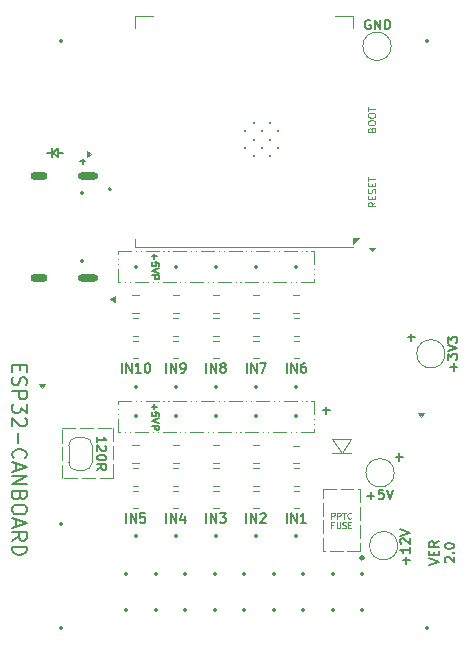
<source format=gto>
%TF.GenerationSoftware,KiCad,Pcbnew,8.0.8*%
%TF.CreationDate,2025-05-08T14:25:14+01:00*%
%TF.ProjectId,esp32-canboard,65737033-322d-4636-916e-626f6172642e,rev?*%
%TF.SameCoordinates,Original*%
%TF.FileFunction,Legend,Top*%
%TF.FilePolarity,Positive*%
%FSLAX46Y46*%
G04 Gerber Fmt 4.6, Leading zero omitted, Abs format (unit mm)*
G04 Created by KiCad (PCBNEW 8.0.8) date 2025-05-08 14:25:14*
%MOMM*%
%LPD*%
G01*
G04 APERTURE LIST*
%ADD10C,0.100000*%
%ADD11C,0.160000*%
%ADD12C,0.150000*%
%ADD13C,0.200000*%
%ADD14C,0.120000*%
%ADD15C,0.254000*%
%ADD16C,0.350000*%
%ADD17C,0.300000*%
%ADD18O,1.450000X0.650000*%
%ADD19O,1.750000X0.650000*%
G04 APERTURE END LIST*
D10*
X116910000Y-112557500D02*
X118010000Y-112557500D01*
X118410000Y-112557500D02*
X119510000Y-112557500D01*
X119910000Y-112557500D02*
X120090000Y-112557500D01*
X120090000Y-112557500D02*
X120090000Y-113657500D01*
X120090000Y-114057500D02*
X120090000Y-115157500D01*
X120090000Y-115557500D02*
X120090000Y-116657500D01*
X120090000Y-117057500D02*
X120090000Y-117772500D01*
X120090000Y-117772500D02*
X118990000Y-117772500D01*
X118590000Y-117772500D02*
X117490000Y-117772500D01*
X117090000Y-117772500D02*
X116910000Y-117772500D01*
X116910000Y-117772500D02*
X116910000Y-116672500D01*
X116910000Y-116272500D02*
X116910000Y-115172500D01*
X116910000Y-114772500D02*
X116910000Y-113672500D01*
X116910000Y-113272500D02*
X116910000Y-112557500D01*
X99567500Y-92385000D02*
X100667500Y-92385000D01*
X101067500Y-92385000D02*
X101087500Y-92385000D01*
X101487500Y-92385000D02*
X101507500Y-92385000D01*
X101907500Y-92385000D02*
X103007500Y-92385000D01*
X103407500Y-92385000D02*
X103427500Y-92385000D01*
X103827500Y-92385000D02*
X103847500Y-92385000D01*
X104247500Y-92385000D02*
X105347500Y-92385000D01*
X105747500Y-92385000D02*
X105767500Y-92385000D01*
X106167500Y-92385000D02*
X106187500Y-92385000D01*
X106587500Y-92385000D02*
X107687500Y-92385000D01*
X108087500Y-92385000D02*
X108107500Y-92385000D01*
X108507500Y-92385000D02*
X108527500Y-92385000D01*
X108927500Y-92385000D02*
X110027500Y-92385000D01*
X110427500Y-92385000D02*
X110447500Y-92385000D01*
X110847500Y-92385000D02*
X110867500Y-92385000D01*
X111267500Y-92385000D02*
X112367500Y-92385000D01*
X112767500Y-92385000D02*
X112787500Y-92385000D01*
X113187500Y-92385000D02*
X113207500Y-92385000D01*
X113607500Y-92385000D02*
X114707500Y-92385000D01*
X115107500Y-92385000D02*
X115127500Y-92385000D01*
X115527500Y-92385000D02*
X115547500Y-92385000D01*
X115947500Y-92385000D02*
X116142500Y-92385000D01*
X116142500Y-92385000D02*
X116142500Y-93485000D01*
X116142500Y-93885000D02*
X116142500Y-93905000D01*
X116142500Y-94305000D02*
X116142500Y-94325000D01*
X116142500Y-94725000D02*
X116142500Y-94975000D01*
X116142500Y-94975000D02*
X115042500Y-94975000D01*
X114642500Y-94975000D02*
X114622500Y-94975000D01*
X114222500Y-94975000D02*
X114202500Y-94975000D01*
X113802500Y-94975000D02*
X112702500Y-94975000D01*
X112302500Y-94975000D02*
X112282500Y-94975000D01*
X111882500Y-94975000D02*
X111862500Y-94975000D01*
X111462500Y-94975000D02*
X110362500Y-94975000D01*
X109962500Y-94975000D02*
X109942500Y-94975000D01*
X109542500Y-94975000D02*
X109522500Y-94975000D01*
X109122500Y-94975000D02*
X108022500Y-94975000D01*
X107622500Y-94975000D02*
X107602500Y-94975000D01*
X107202500Y-94975000D02*
X107182500Y-94975000D01*
X106782500Y-94975000D02*
X105682500Y-94975000D01*
X105282500Y-94975000D02*
X105262500Y-94975000D01*
X104862500Y-94975000D02*
X104842500Y-94975000D01*
X104442500Y-94975000D02*
X103342500Y-94975000D01*
X102942500Y-94975000D02*
X102922500Y-94975000D01*
X102522500Y-94975000D02*
X102502500Y-94975000D01*
X102102500Y-94975000D02*
X101002500Y-94975000D01*
X100602500Y-94975000D02*
X100582500Y-94975000D01*
X100182500Y-94975000D02*
X100162500Y-94975000D01*
X99762500Y-94975000D02*
X99567500Y-94975000D01*
X99567500Y-94975000D02*
X99567500Y-93875000D01*
X99567500Y-93475000D02*
X99567500Y-93455000D01*
X99567500Y-93055000D02*
X99567500Y-93035000D01*
X99567500Y-92635000D02*
X99567500Y-92385000D01*
X94867500Y-107400000D02*
X95967500Y-107400000D01*
X96367500Y-107400000D02*
X97467500Y-107400000D01*
X97867500Y-107400000D02*
X98967500Y-107400000D01*
X99132500Y-107400000D02*
X99132500Y-108500000D01*
X99132500Y-108900000D02*
X99132500Y-110000000D01*
X99132500Y-110400000D02*
X99132500Y-111500000D01*
X99132500Y-111600000D02*
X98032500Y-111600000D01*
X97632500Y-111600000D02*
X96532500Y-111600000D01*
X96132500Y-111600000D02*
X95032500Y-111600000D01*
X94867500Y-111600000D02*
X94867500Y-110500000D01*
X94867500Y-110100000D02*
X94867500Y-109000000D01*
X94867500Y-108600000D02*
X94867500Y-107500000D01*
X99567500Y-105100000D02*
X100667500Y-105100000D01*
X101067500Y-105100000D02*
X101087500Y-105100000D01*
X101487500Y-105100000D02*
X101507500Y-105100000D01*
X101907500Y-105100000D02*
X103007500Y-105100000D01*
X103407500Y-105100000D02*
X103427500Y-105100000D01*
X103827500Y-105100000D02*
X103847500Y-105100000D01*
X104247500Y-105100000D02*
X105347500Y-105100000D01*
X105747500Y-105100000D02*
X105767500Y-105100000D01*
X106167500Y-105100000D02*
X106187500Y-105100000D01*
X106587500Y-105100000D02*
X107687500Y-105100000D01*
X108087500Y-105100000D02*
X108107500Y-105100000D01*
X108507500Y-105100000D02*
X108527500Y-105100000D01*
X108927500Y-105100000D02*
X110027500Y-105100000D01*
X110427500Y-105100000D02*
X110447500Y-105100000D01*
X110847500Y-105100000D02*
X110867500Y-105100000D01*
X111267500Y-105100000D02*
X112367500Y-105100000D01*
X112767500Y-105100000D02*
X112787500Y-105100000D01*
X113187500Y-105100000D02*
X113207500Y-105100000D01*
X113607500Y-105100000D02*
X114707500Y-105100000D01*
X115107500Y-105100000D02*
X115127500Y-105100000D01*
X115527500Y-105100000D02*
X115547500Y-105100000D01*
X115947500Y-105100000D02*
X116142500Y-105100000D01*
X116142500Y-105100000D02*
X116142500Y-106200000D01*
X116142500Y-106600000D02*
X116142500Y-106620000D01*
X116142500Y-107020000D02*
X116142500Y-107040000D01*
X116142500Y-107440000D02*
X116142500Y-107690000D01*
X116142500Y-107690000D02*
X115042500Y-107690000D01*
X114642500Y-107690000D02*
X114622500Y-107690000D01*
X114222500Y-107690000D02*
X114202500Y-107690000D01*
X113802500Y-107690000D02*
X112702500Y-107690000D01*
X112302500Y-107690000D02*
X112282500Y-107690000D01*
X111882500Y-107690000D02*
X111862500Y-107690000D01*
X111462500Y-107690000D02*
X110362500Y-107690000D01*
X109962500Y-107690000D02*
X109942500Y-107690000D01*
X109542500Y-107690000D02*
X109522500Y-107690000D01*
X109122500Y-107690000D02*
X108022500Y-107690000D01*
X107622500Y-107690000D02*
X107602500Y-107690000D01*
X107202500Y-107690000D02*
X107182500Y-107690000D01*
X106782500Y-107690000D02*
X105682500Y-107690000D01*
X105282500Y-107690000D02*
X105262500Y-107690000D01*
X104862500Y-107690000D02*
X104842500Y-107690000D01*
X104442500Y-107690000D02*
X103342500Y-107690000D01*
X102942500Y-107690000D02*
X102922500Y-107690000D01*
X102522500Y-107690000D02*
X102502500Y-107690000D01*
X102102500Y-107690000D02*
X101002500Y-107690000D01*
X100602500Y-107690000D02*
X100582500Y-107690000D01*
X100182500Y-107690000D02*
X100162500Y-107690000D01*
X99762500Y-107690000D02*
X99567500Y-107690000D01*
X99567500Y-107690000D02*
X99567500Y-106590000D01*
X99567500Y-106190000D02*
X99567500Y-106170000D01*
X99567500Y-105770000D02*
X99567500Y-105750000D01*
X99567500Y-105350000D02*
X99567500Y-105100000D01*
D11*
X110460000Y-102663775D02*
X110460000Y-101863775D01*
X110840952Y-102663775D02*
X110840952Y-101863775D01*
X110840952Y-101863775D02*
X111298095Y-102663775D01*
X111298095Y-102663775D02*
X111298095Y-101863775D01*
X111602856Y-101863775D02*
X112136190Y-101863775D01*
X112136190Y-101863775D02*
X111793332Y-102663775D01*
X123085739Y-109809013D02*
X123695263Y-109809013D01*
X123390501Y-110113775D02*
X123390501Y-109504251D01*
X125938220Y-118933809D02*
X126738220Y-118667142D01*
X126738220Y-118667142D02*
X125938220Y-118400476D01*
X126319172Y-118133809D02*
X126319172Y-117867143D01*
X126738220Y-117752857D02*
X126738220Y-118133809D01*
X126738220Y-118133809D02*
X125938220Y-118133809D01*
X125938220Y-118133809D02*
X125938220Y-117752857D01*
X126738220Y-116952856D02*
X126357267Y-117219523D01*
X126738220Y-117409999D02*
X125938220Y-117409999D01*
X125938220Y-117409999D02*
X125938220Y-117105237D01*
X125938220Y-117105237D02*
X125976315Y-117029047D01*
X125976315Y-117029047D02*
X126014410Y-116990952D01*
X126014410Y-116990952D02*
X126090601Y-116952856D01*
X126090601Y-116952856D02*
X126204886Y-116952856D01*
X126204886Y-116952856D02*
X126281077Y-116990952D01*
X126281077Y-116990952D02*
X126319172Y-117029047D01*
X126319172Y-117029047D02*
X126357267Y-117105237D01*
X126357267Y-117105237D02*
X126357267Y-117409999D01*
X127302365Y-118705238D02*
X127264270Y-118667142D01*
X127264270Y-118667142D02*
X127226175Y-118590952D01*
X127226175Y-118590952D02*
X127226175Y-118400476D01*
X127226175Y-118400476D02*
X127264270Y-118324285D01*
X127264270Y-118324285D02*
X127302365Y-118286190D01*
X127302365Y-118286190D02*
X127378556Y-118248095D01*
X127378556Y-118248095D02*
X127454746Y-118248095D01*
X127454746Y-118248095D02*
X127569032Y-118286190D01*
X127569032Y-118286190D02*
X128026175Y-118743333D01*
X128026175Y-118743333D02*
X128026175Y-118248095D01*
X127949984Y-117905237D02*
X127988080Y-117867142D01*
X127988080Y-117867142D02*
X128026175Y-117905237D01*
X128026175Y-117905237D02*
X127988080Y-117943333D01*
X127988080Y-117943333D02*
X127949984Y-117905237D01*
X127949984Y-117905237D02*
X128026175Y-117905237D01*
X127226175Y-117371904D02*
X127226175Y-117295714D01*
X127226175Y-117295714D02*
X127264270Y-117219523D01*
X127264270Y-117219523D02*
X127302365Y-117181428D01*
X127302365Y-117181428D02*
X127378556Y-117143333D01*
X127378556Y-117143333D02*
X127530937Y-117105238D01*
X127530937Y-117105238D02*
X127721413Y-117105238D01*
X127721413Y-117105238D02*
X127873794Y-117143333D01*
X127873794Y-117143333D02*
X127949984Y-117181428D01*
X127949984Y-117181428D02*
X127988080Y-117219523D01*
X127988080Y-117219523D02*
X128026175Y-117295714D01*
X128026175Y-117295714D02*
X128026175Y-117371904D01*
X128026175Y-117371904D02*
X127988080Y-117448095D01*
X127988080Y-117448095D02*
X127949984Y-117486190D01*
X127949984Y-117486190D02*
X127873794Y-117524285D01*
X127873794Y-117524285D02*
X127721413Y-117562381D01*
X127721413Y-117562381D02*
X127530937Y-117562381D01*
X127530937Y-117562381D02*
X127378556Y-117524285D01*
X127378556Y-117524285D02*
X127302365Y-117486190D01*
X127302365Y-117486190D02*
X127264270Y-117448095D01*
X127264270Y-117448095D02*
X127226175Y-117371904D01*
D12*
X102659800Y-105323571D02*
X102659800Y-105780714D01*
X102431228Y-105552142D02*
X102888371Y-105552142D01*
X103031228Y-106352142D02*
X103031228Y-106066428D01*
X103031228Y-106066428D02*
X102745514Y-106037856D01*
X102745514Y-106037856D02*
X102774085Y-106066428D01*
X102774085Y-106066428D02*
X102802657Y-106123571D01*
X102802657Y-106123571D02*
X102802657Y-106266428D01*
X102802657Y-106266428D02*
X102774085Y-106323571D01*
X102774085Y-106323571D02*
X102745514Y-106352142D01*
X102745514Y-106352142D02*
X102688371Y-106380713D01*
X102688371Y-106380713D02*
X102545514Y-106380713D01*
X102545514Y-106380713D02*
X102488371Y-106352142D01*
X102488371Y-106352142D02*
X102459800Y-106323571D01*
X102459800Y-106323571D02*
X102431228Y-106266428D01*
X102431228Y-106266428D02*
X102431228Y-106123571D01*
X102431228Y-106123571D02*
X102459800Y-106066428D01*
X102459800Y-106066428D02*
X102488371Y-106037856D01*
X103031228Y-106552142D02*
X102431228Y-106752142D01*
X102431228Y-106752142D02*
X103031228Y-106952142D01*
X102431228Y-107152143D02*
X103031228Y-107152143D01*
X103031228Y-107152143D02*
X103031228Y-107380714D01*
X103031228Y-107380714D02*
X103002657Y-107437857D01*
X103002657Y-107437857D02*
X102974085Y-107466428D01*
X102974085Y-107466428D02*
X102916942Y-107495000D01*
X102916942Y-107495000D02*
X102831228Y-107495000D01*
X102831228Y-107495000D02*
X102774085Y-107466428D01*
X102774085Y-107466428D02*
X102745514Y-107437857D01*
X102745514Y-107437857D02*
X102716942Y-107380714D01*
X102716942Y-107380714D02*
X102716942Y-107152143D01*
D10*
X121037085Y-82093496D02*
X121065657Y-82007782D01*
X121065657Y-82007782D02*
X121094228Y-81979211D01*
X121094228Y-81979211D02*
X121151371Y-81950639D01*
X121151371Y-81950639D02*
X121237085Y-81950639D01*
X121237085Y-81950639D02*
X121294228Y-81979211D01*
X121294228Y-81979211D02*
X121322800Y-82007782D01*
X121322800Y-82007782D02*
X121351371Y-82064925D01*
X121351371Y-82064925D02*
X121351371Y-82293496D01*
X121351371Y-82293496D02*
X120751371Y-82293496D01*
X120751371Y-82293496D02*
X120751371Y-82093496D01*
X120751371Y-82093496D02*
X120779942Y-82036354D01*
X120779942Y-82036354D02*
X120808514Y-82007782D01*
X120808514Y-82007782D02*
X120865657Y-81979211D01*
X120865657Y-81979211D02*
X120922800Y-81979211D01*
X120922800Y-81979211D02*
X120979942Y-82007782D01*
X120979942Y-82007782D02*
X121008514Y-82036354D01*
X121008514Y-82036354D02*
X121037085Y-82093496D01*
X121037085Y-82093496D02*
X121037085Y-82293496D01*
X120751371Y-81579211D02*
X120751371Y-81464925D01*
X120751371Y-81464925D02*
X120779942Y-81407782D01*
X120779942Y-81407782D02*
X120837085Y-81350639D01*
X120837085Y-81350639D02*
X120951371Y-81322068D01*
X120951371Y-81322068D02*
X121151371Y-81322068D01*
X121151371Y-81322068D02*
X121265657Y-81350639D01*
X121265657Y-81350639D02*
X121322800Y-81407782D01*
X121322800Y-81407782D02*
X121351371Y-81464925D01*
X121351371Y-81464925D02*
X121351371Y-81579211D01*
X121351371Y-81579211D02*
X121322800Y-81636354D01*
X121322800Y-81636354D02*
X121265657Y-81693496D01*
X121265657Y-81693496D02*
X121151371Y-81722068D01*
X121151371Y-81722068D02*
X120951371Y-81722068D01*
X120951371Y-81722068D02*
X120837085Y-81693496D01*
X120837085Y-81693496D02*
X120779942Y-81636354D01*
X120779942Y-81636354D02*
X120751371Y-81579211D01*
X120751371Y-80950640D02*
X120751371Y-80836354D01*
X120751371Y-80836354D02*
X120779942Y-80779211D01*
X120779942Y-80779211D02*
X120837085Y-80722068D01*
X120837085Y-80722068D02*
X120951371Y-80693497D01*
X120951371Y-80693497D02*
X121151371Y-80693497D01*
X121151371Y-80693497D02*
X121265657Y-80722068D01*
X121265657Y-80722068D02*
X121322800Y-80779211D01*
X121322800Y-80779211D02*
X121351371Y-80836354D01*
X121351371Y-80836354D02*
X121351371Y-80950640D01*
X121351371Y-80950640D02*
X121322800Y-81007783D01*
X121322800Y-81007783D02*
X121265657Y-81064925D01*
X121265657Y-81064925D02*
X121151371Y-81093497D01*
X121151371Y-81093497D02*
X120951371Y-81093497D01*
X120951371Y-81093497D02*
X120837085Y-81064925D01*
X120837085Y-81064925D02*
X120779942Y-81007783D01*
X120779942Y-81007783D02*
X120751371Y-80950640D01*
X120751371Y-80522069D02*
X120751371Y-80179212D01*
X121351371Y-80350640D02*
X120751371Y-80350640D01*
D11*
X113860000Y-102663775D02*
X113860000Y-101863775D01*
X114240952Y-102663775D02*
X114240952Y-101863775D01*
X114240952Y-101863775D02*
X114698095Y-102663775D01*
X114698095Y-102663775D02*
X114698095Y-101863775D01*
X115421904Y-101863775D02*
X115269523Y-101863775D01*
X115269523Y-101863775D02*
X115193332Y-101901870D01*
X115193332Y-101901870D02*
X115155237Y-101939965D01*
X115155237Y-101939965D02*
X115079047Y-102054251D01*
X115079047Y-102054251D02*
X115040951Y-102206632D01*
X115040951Y-102206632D02*
X115040951Y-102511394D01*
X115040951Y-102511394D02*
X115079047Y-102587584D01*
X115079047Y-102587584D02*
X115117142Y-102625680D01*
X115117142Y-102625680D02*
X115193332Y-102663775D01*
X115193332Y-102663775D02*
X115345713Y-102663775D01*
X115345713Y-102663775D02*
X115421904Y-102625680D01*
X115421904Y-102625680D02*
X115459999Y-102587584D01*
X115459999Y-102587584D02*
X115498094Y-102511394D01*
X115498094Y-102511394D02*
X115498094Y-102320918D01*
X115498094Y-102320918D02*
X115459999Y-102244727D01*
X115459999Y-102244727D02*
X115421904Y-102206632D01*
X115421904Y-102206632D02*
X115345713Y-102168537D01*
X115345713Y-102168537D02*
X115193332Y-102168537D01*
X115193332Y-102168537D02*
X115117142Y-102206632D01*
X115117142Y-102206632D02*
X115079047Y-102244727D01*
X115079047Y-102244727D02*
X115040951Y-102320918D01*
D10*
X121351371Y-88248496D02*
X121065657Y-88448496D01*
X121351371Y-88591353D02*
X120751371Y-88591353D01*
X120751371Y-88591353D02*
X120751371Y-88362782D01*
X120751371Y-88362782D02*
X120779942Y-88305639D01*
X120779942Y-88305639D02*
X120808514Y-88277068D01*
X120808514Y-88277068D02*
X120865657Y-88248496D01*
X120865657Y-88248496D02*
X120951371Y-88248496D01*
X120951371Y-88248496D02*
X121008514Y-88277068D01*
X121008514Y-88277068D02*
X121037085Y-88305639D01*
X121037085Y-88305639D02*
X121065657Y-88362782D01*
X121065657Y-88362782D02*
X121065657Y-88591353D01*
X121037085Y-87991353D02*
X121037085Y-87791353D01*
X121351371Y-87705639D02*
X121351371Y-87991353D01*
X121351371Y-87991353D02*
X120751371Y-87991353D01*
X120751371Y-87991353D02*
X120751371Y-87705639D01*
X121322800Y-87477068D02*
X121351371Y-87391354D01*
X121351371Y-87391354D02*
X121351371Y-87248496D01*
X121351371Y-87248496D02*
X121322800Y-87191354D01*
X121322800Y-87191354D02*
X121294228Y-87162782D01*
X121294228Y-87162782D02*
X121237085Y-87134211D01*
X121237085Y-87134211D02*
X121179942Y-87134211D01*
X121179942Y-87134211D02*
X121122800Y-87162782D01*
X121122800Y-87162782D02*
X121094228Y-87191354D01*
X121094228Y-87191354D02*
X121065657Y-87248496D01*
X121065657Y-87248496D02*
X121037085Y-87362782D01*
X121037085Y-87362782D02*
X121008514Y-87419925D01*
X121008514Y-87419925D02*
X120979942Y-87448496D01*
X120979942Y-87448496D02*
X120922800Y-87477068D01*
X120922800Y-87477068D02*
X120865657Y-87477068D01*
X120865657Y-87477068D02*
X120808514Y-87448496D01*
X120808514Y-87448496D02*
X120779942Y-87419925D01*
X120779942Y-87419925D02*
X120751371Y-87362782D01*
X120751371Y-87362782D02*
X120751371Y-87219925D01*
X120751371Y-87219925D02*
X120779942Y-87134211D01*
X121037085Y-86877067D02*
X121037085Y-86677067D01*
X121351371Y-86591353D02*
X121351371Y-86877067D01*
X121351371Y-86877067D02*
X120751371Y-86877067D01*
X120751371Y-86877067D02*
X120751371Y-86591353D01*
X120751371Y-86419925D02*
X120751371Y-86077068D01*
X121351371Y-86248496D02*
X120751371Y-86248496D01*
D11*
X123969013Y-118874260D02*
X123969013Y-118264737D01*
X124273775Y-118569498D02*
X123664251Y-118569498D01*
X124273775Y-117464737D02*
X124273775Y-117921880D01*
X124273775Y-117693308D02*
X123473775Y-117693308D01*
X123473775Y-117693308D02*
X123588060Y-117769499D01*
X123588060Y-117769499D02*
X123664251Y-117845689D01*
X123664251Y-117845689D02*
X123702346Y-117921880D01*
X123549965Y-117159975D02*
X123511870Y-117121879D01*
X123511870Y-117121879D02*
X123473775Y-117045689D01*
X123473775Y-117045689D02*
X123473775Y-116855213D01*
X123473775Y-116855213D02*
X123511870Y-116779022D01*
X123511870Y-116779022D02*
X123549965Y-116740927D01*
X123549965Y-116740927D02*
X123626156Y-116702832D01*
X123626156Y-116702832D02*
X123702346Y-116702832D01*
X123702346Y-116702832D02*
X123816632Y-116740927D01*
X123816632Y-116740927D02*
X124273775Y-117198070D01*
X124273775Y-117198070D02*
X124273775Y-116702832D01*
X123473775Y-116474260D02*
X124273775Y-116207593D01*
X124273775Y-116207593D02*
X123473775Y-115940927D01*
X107060000Y-102663775D02*
X107060000Y-101863775D01*
X107440952Y-102663775D02*
X107440952Y-101863775D01*
X107440952Y-101863775D02*
X107898095Y-102663775D01*
X107898095Y-102663775D02*
X107898095Y-101863775D01*
X108393332Y-102206632D02*
X108317142Y-102168537D01*
X108317142Y-102168537D02*
X108279047Y-102130441D01*
X108279047Y-102130441D02*
X108240951Y-102054251D01*
X108240951Y-102054251D02*
X108240951Y-102016156D01*
X108240951Y-102016156D02*
X108279047Y-101939965D01*
X108279047Y-101939965D02*
X108317142Y-101901870D01*
X108317142Y-101901870D02*
X108393332Y-101863775D01*
X108393332Y-101863775D02*
X108545713Y-101863775D01*
X108545713Y-101863775D02*
X108621904Y-101901870D01*
X108621904Y-101901870D02*
X108659999Y-101939965D01*
X108659999Y-101939965D02*
X108698094Y-102016156D01*
X108698094Y-102016156D02*
X108698094Y-102054251D01*
X108698094Y-102054251D02*
X108659999Y-102130441D01*
X108659999Y-102130441D02*
X108621904Y-102168537D01*
X108621904Y-102168537D02*
X108545713Y-102206632D01*
X108545713Y-102206632D02*
X108393332Y-102206632D01*
X108393332Y-102206632D02*
X108317142Y-102244727D01*
X108317142Y-102244727D02*
X108279047Y-102282822D01*
X108279047Y-102282822D02*
X108240951Y-102359013D01*
X108240951Y-102359013D02*
X108240951Y-102511394D01*
X108240951Y-102511394D02*
X108279047Y-102587584D01*
X108279047Y-102587584D02*
X108317142Y-102625680D01*
X108317142Y-102625680D02*
X108393332Y-102663775D01*
X108393332Y-102663775D02*
X108545713Y-102663775D01*
X108545713Y-102663775D02*
X108621904Y-102625680D01*
X108621904Y-102625680D02*
X108659999Y-102587584D01*
X108659999Y-102587584D02*
X108698094Y-102511394D01*
X108698094Y-102511394D02*
X108698094Y-102359013D01*
X108698094Y-102359013D02*
X108659999Y-102282822D01*
X108659999Y-102282822D02*
X108621904Y-102244727D01*
X108621904Y-102244727D02*
X108545713Y-102206632D01*
D12*
X102659800Y-92608571D02*
X102659800Y-93065714D01*
X102431228Y-92837142D02*
X102888371Y-92837142D01*
X103031228Y-93637142D02*
X103031228Y-93351428D01*
X103031228Y-93351428D02*
X102745514Y-93322856D01*
X102745514Y-93322856D02*
X102774085Y-93351428D01*
X102774085Y-93351428D02*
X102802657Y-93408571D01*
X102802657Y-93408571D02*
X102802657Y-93551428D01*
X102802657Y-93551428D02*
X102774085Y-93608571D01*
X102774085Y-93608571D02*
X102745514Y-93637142D01*
X102745514Y-93637142D02*
X102688371Y-93665713D01*
X102688371Y-93665713D02*
X102545514Y-93665713D01*
X102545514Y-93665713D02*
X102488371Y-93637142D01*
X102488371Y-93637142D02*
X102459800Y-93608571D01*
X102459800Y-93608571D02*
X102431228Y-93551428D01*
X102431228Y-93551428D02*
X102431228Y-93408571D01*
X102431228Y-93408571D02*
X102459800Y-93351428D01*
X102459800Y-93351428D02*
X102488371Y-93322856D01*
X103031228Y-93837142D02*
X102431228Y-94037142D01*
X102431228Y-94037142D02*
X103031228Y-94237142D01*
X102431228Y-94437143D02*
X103031228Y-94437143D01*
X103031228Y-94437143D02*
X103031228Y-94665714D01*
X103031228Y-94665714D02*
X103002657Y-94722857D01*
X103002657Y-94722857D02*
X102974085Y-94751428D01*
X102974085Y-94751428D02*
X102916942Y-94780000D01*
X102916942Y-94780000D02*
X102831228Y-94780000D01*
X102831228Y-94780000D02*
X102774085Y-94751428D01*
X102774085Y-94751428D02*
X102745514Y-94722857D01*
X102745514Y-94722857D02*
X102716942Y-94665714D01*
X102716942Y-94665714D02*
X102716942Y-94437143D01*
D11*
X99879048Y-102663775D02*
X99879048Y-101863775D01*
X100260000Y-102663775D02*
X100260000Y-101863775D01*
X100260000Y-101863775D02*
X100717143Y-102663775D01*
X100717143Y-102663775D02*
X100717143Y-101863775D01*
X101517142Y-102663775D02*
X101059999Y-102663775D01*
X101288571Y-102663775D02*
X101288571Y-101863775D01*
X101288571Y-101863775D02*
X101212380Y-101978060D01*
X101212380Y-101978060D02*
X101136190Y-102054251D01*
X101136190Y-102054251D02*
X101059999Y-102092346D01*
X102012381Y-101863775D02*
X102088571Y-101863775D01*
X102088571Y-101863775D02*
X102164762Y-101901870D01*
X102164762Y-101901870D02*
X102202857Y-101939965D01*
X102202857Y-101939965D02*
X102240952Y-102016156D01*
X102240952Y-102016156D02*
X102279047Y-102168537D01*
X102279047Y-102168537D02*
X102279047Y-102359013D01*
X102279047Y-102359013D02*
X102240952Y-102511394D01*
X102240952Y-102511394D02*
X102202857Y-102587584D01*
X102202857Y-102587584D02*
X102164762Y-102625680D01*
X102164762Y-102625680D02*
X102088571Y-102663775D01*
X102088571Y-102663775D02*
X102012381Y-102663775D01*
X102012381Y-102663775D02*
X101936190Y-102625680D01*
X101936190Y-102625680D02*
X101898095Y-102587584D01*
X101898095Y-102587584D02*
X101860000Y-102511394D01*
X101860000Y-102511394D02*
X101821904Y-102359013D01*
X101821904Y-102359013D02*
X101821904Y-102168537D01*
X101821904Y-102168537D02*
X101860000Y-102016156D01*
X101860000Y-102016156D02*
X101898095Y-101939965D01*
X101898095Y-101939965D02*
X101936190Y-101901870D01*
X101936190Y-101901870D02*
X102012381Y-101863775D01*
D13*
X116902054Y-105856933D02*
X117511578Y-105856933D01*
X117206816Y-106161695D02*
X117206816Y-105552171D01*
D11*
X124115739Y-99669013D02*
X124725263Y-99669013D01*
X124420501Y-99973775D02*
X124420501Y-99364251D01*
X110450000Y-115373775D02*
X110450000Y-114573775D01*
X110830952Y-115373775D02*
X110830952Y-114573775D01*
X110830952Y-114573775D02*
X111288095Y-115373775D01*
X111288095Y-115373775D02*
X111288095Y-114573775D01*
X111630951Y-114649965D02*
X111669047Y-114611870D01*
X111669047Y-114611870D02*
X111745237Y-114573775D01*
X111745237Y-114573775D02*
X111935713Y-114573775D01*
X111935713Y-114573775D02*
X112011904Y-114611870D01*
X112011904Y-114611870D02*
X112049999Y-114649965D01*
X112049999Y-114649965D02*
X112088094Y-114726156D01*
X112088094Y-114726156D02*
X112088094Y-114802346D01*
X112088094Y-114802346D02*
X112049999Y-114916632D01*
X112049999Y-114916632D02*
X111592856Y-115373775D01*
X111592856Y-115373775D02*
X112088094Y-115373775D01*
D10*
X117644360Y-115028123D02*
X117644360Y-114528123D01*
X117644360Y-114528123D02*
X117834836Y-114528123D01*
X117834836Y-114528123D02*
X117882455Y-114551933D01*
X117882455Y-114551933D02*
X117906265Y-114575742D01*
X117906265Y-114575742D02*
X117930074Y-114623361D01*
X117930074Y-114623361D02*
X117930074Y-114694790D01*
X117930074Y-114694790D02*
X117906265Y-114742409D01*
X117906265Y-114742409D02*
X117882455Y-114766218D01*
X117882455Y-114766218D02*
X117834836Y-114790028D01*
X117834836Y-114790028D02*
X117644360Y-114790028D01*
X118144360Y-115028123D02*
X118144360Y-114528123D01*
X118144360Y-114528123D02*
X118334836Y-114528123D01*
X118334836Y-114528123D02*
X118382455Y-114551933D01*
X118382455Y-114551933D02*
X118406265Y-114575742D01*
X118406265Y-114575742D02*
X118430074Y-114623361D01*
X118430074Y-114623361D02*
X118430074Y-114694790D01*
X118430074Y-114694790D02*
X118406265Y-114742409D01*
X118406265Y-114742409D02*
X118382455Y-114766218D01*
X118382455Y-114766218D02*
X118334836Y-114790028D01*
X118334836Y-114790028D02*
X118144360Y-114790028D01*
X118572932Y-114528123D02*
X118858646Y-114528123D01*
X118715789Y-115028123D02*
X118715789Y-114528123D01*
X119311026Y-114980504D02*
X119287217Y-115004314D01*
X119287217Y-115004314D02*
X119215788Y-115028123D01*
X119215788Y-115028123D02*
X119168169Y-115028123D01*
X119168169Y-115028123D02*
X119096741Y-115004314D01*
X119096741Y-115004314D02*
X119049122Y-114956694D01*
X119049122Y-114956694D02*
X119025312Y-114909075D01*
X119025312Y-114909075D02*
X119001503Y-114813837D01*
X119001503Y-114813837D02*
X119001503Y-114742409D01*
X119001503Y-114742409D02*
X119025312Y-114647171D01*
X119025312Y-114647171D02*
X119049122Y-114599552D01*
X119049122Y-114599552D02*
X119096741Y-114551933D01*
X119096741Y-114551933D02*
X119168169Y-114528123D01*
X119168169Y-114528123D02*
X119215788Y-114528123D01*
X119215788Y-114528123D02*
X119287217Y-114551933D01*
X119287217Y-114551933D02*
X119311026Y-114575742D01*
X117811027Y-115571190D02*
X117644360Y-115571190D01*
X117644360Y-115833095D02*
X117644360Y-115333095D01*
X117644360Y-115333095D02*
X117882455Y-115333095D01*
X118072931Y-115333095D02*
X118072931Y-115737857D01*
X118072931Y-115737857D02*
X118096741Y-115785476D01*
X118096741Y-115785476D02*
X118120550Y-115809286D01*
X118120550Y-115809286D02*
X118168169Y-115833095D01*
X118168169Y-115833095D02*
X118263407Y-115833095D01*
X118263407Y-115833095D02*
X118311026Y-115809286D01*
X118311026Y-115809286D02*
X118334836Y-115785476D01*
X118334836Y-115785476D02*
X118358645Y-115737857D01*
X118358645Y-115737857D02*
X118358645Y-115333095D01*
X118572932Y-115809286D02*
X118644360Y-115833095D01*
X118644360Y-115833095D02*
X118763408Y-115833095D01*
X118763408Y-115833095D02*
X118811027Y-115809286D01*
X118811027Y-115809286D02*
X118834836Y-115785476D01*
X118834836Y-115785476D02*
X118858646Y-115737857D01*
X118858646Y-115737857D02*
X118858646Y-115690238D01*
X118858646Y-115690238D02*
X118834836Y-115642619D01*
X118834836Y-115642619D02*
X118811027Y-115618809D01*
X118811027Y-115618809D02*
X118763408Y-115595000D01*
X118763408Y-115595000D02*
X118668170Y-115571190D01*
X118668170Y-115571190D02*
X118620551Y-115547381D01*
X118620551Y-115547381D02*
X118596741Y-115523571D01*
X118596741Y-115523571D02*
X118572932Y-115475952D01*
X118572932Y-115475952D02*
X118572932Y-115428333D01*
X118572932Y-115428333D02*
X118596741Y-115380714D01*
X118596741Y-115380714D02*
X118620551Y-115356905D01*
X118620551Y-115356905D02*
X118668170Y-115333095D01*
X118668170Y-115333095D02*
X118787217Y-115333095D01*
X118787217Y-115333095D02*
X118858646Y-115356905D01*
X119072931Y-115571190D02*
X119239598Y-115571190D01*
X119311026Y-115833095D02*
X119072931Y-115833095D01*
X119072931Y-115833095D02*
X119072931Y-115333095D01*
X119072931Y-115333095D02*
X119311026Y-115333095D01*
D11*
X107050000Y-115373775D02*
X107050000Y-114573775D01*
X107430952Y-115373775D02*
X107430952Y-114573775D01*
X107430952Y-114573775D02*
X107888095Y-115373775D01*
X107888095Y-115373775D02*
X107888095Y-114573775D01*
X108192856Y-114573775D02*
X108688094Y-114573775D01*
X108688094Y-114573775D02*
X108421428Y-114878537D01*
X108421428Y-114878537D02*
X108535713Y-114878537D01*
X108535713Y-114878537D02*
X108611904Y-114916632D01*
X108611904Y-114916632D02*
X108649999Y-114954727D01*
X108649999Y-114954727D02*
X108688094Y-115030918D01*
X108688094Y-115030918D02*
X108688094Y-115221394D01*
X108688094Y-115221394D02*
X108649999Y-115297584D01*
X108649999Y-115297584D02*
X108611904Y-115335680D01*
X108611904Y-115335680D02*
X108535713Y-115373775D01*
X108535713Y-115373775D02*
X108307142Y-115373775D01*
X108307142Y-115373775D02*
X108230951Y-115335680D01*
X108230951Y-115335680D02*
X108192856Y-115297584D01*
X120675739Y-113079013D02*
X121285263Y-113079013D01*
X120980501Y-113383775D02*
X120980501Y-112774251D01*
X122047167Y-112583775D02*
X121666215Y-112583775D01*
X121666215Y-112583775D02*
X121628119Y-112964727D01*
X121628119Y-112964727D02*
X121666215Y-112926632D01*
X121666215Y-112926632D02*
X121742405Y-112888537D01*
X121742405Y-112888537D02*
X121932881Y-112888537D01*
X121932881Y-112888537D02*
X122009072Y-112926632D01*
X122009072Y-112926632D02*
X122047167Y-112964727D01*
X122047167Y-112964727D02*
X122085262Y-113040918D01*
X122085262Y-113040918D02*
X122085262Y-113231394D01*
X122085262Y-113231394D02*
X122047167Y-113307584D01*
X122047167Y-113307584D02*
X122009072Y-113345680D01*
X122009072Y-113345680D02*
X121932881Y-113383775D01*
X121932881Y-113383775D02*
X121742405Y-113383775D01*
X121742405Y-113383775D02*
X121666215Y-113345680D01*
X121666215Y-113345680D02*
X121628119Y-113307584D01*
X122313834Y-112583775D02*
X122580501Y-113383775D01*
X122580501Y-113383775D02*
X122847167Y-112583775D01*
D13*
X91255828Y-102027292D02*
X91255828Y-102427292D01*
X90627257Y-102598720D02*
X90627257Y-102027292D01*
X90627257Y-102027292D02*
X91827257Y-102027292D01*
X91827257Y-102027292D02*
X91827257Y-102598720D01*
X90684400Y-103055863D02*
X90627257Y-103227292D01*
X90627257Y-103227292D02*
X90627257Y-103513006D01*
X90627257Y-103513006D02*
X90684400Y-103627292D01*
X90684400Y-103627292D02*
X90741542Y-103684434D01*
X90741542Y-103684434D02*
X90855828Y-103741577D01*
X90855828Y-103741577D02*
X90970114Y-103741577D01*
X90970114Y-103741577D02*
X91084400Y-103684434D01*
X91084400Y-103684434D02*
X91141542Y-103627292D01*
X91141542Y-103627292D02*
X91198685Y-103513006D01*
X91198685Y-103513006D02*
X91255828Y-103284434D01*
X91255828Y-103284434D02*
X91312971Y-103170149D01*
X91312971Y-103170149D02*
X91370114Y-103113006D01*
X91370114Y-103113006D02*
X91484400Y-103055863D01*
X91484400Y-103055863D02*
X91598685Y-103055863D01*
X91598685Y-103055863D02*
X91712971Y-103113006D01*
X91712971Y-103113006D02*
X91770114Y-103170149D01*
X91770114Y-103170149D02*
X91827257Y-103284434D01*
X91827257Y-103284434D02*
X91827257Y-103570149D01*
X91827257Y-103570149D02*
X91770114Y-103741577D01*
X90627257Y-104255863D02*
X91827257Y-104255863D01*
X91827257Y-104255863D02*
X91827257Y-104713006D01*
X91827257Y-104713006D02*
X91770114Y-104827291D01*
X91770114Y-104827291D02*
X91712971Y-104884434D01*
X91712971Y-104884434D02*
X91598685Y-104941577D01*
X91598685Y-104941577D02*
X91427257Y-104941577D01*
X91427257Y-104941577D02*
X91312971Y-104884434D01*
X91312971Y-104884434D02*
X91255828Y-104827291D01*
X91255828Y-104827291D02*
X91198685Y-104713006D01*
X91198685Y-104713006D02*
X91198685Y-104255863D01*
X91827257Y-105341577D02*
X91827257Y-106084434D01*
X91827257Y-106084434D02*
X91370114Y-105684434D01*
X91370114Y-105684434D02*
X91370114Y-105855863D01*
X91370114Y-105855863D02*
X91312971Y-105970149D01*
X91312971Y-105970149D02*
X91255828Y-106027291D01*
X91255828Y-106027291D02*
X91141542Y-106084434D01*
X91141542Y-106084434D02*
X90855828Y-106084434D01*
X90855828Y-106084434D02*
X90741542Y-106027291D01*
X90741542Y-106027291D02*
X90684400Y-105970149D01*
X90684400Y-105970149D02*
X90627257Y-105855863D01*
X90627257Y-105855863D02*
X90627257Y-105513006D01*
X90627257Y-105513006D02*
X90684400Y-105398720D01*
X90684400Y-105398720D02*
X90741542Y-105341577D01*
X91712971Y-106541577D02*
X91770114Y-106598720D01*
X91770114Y-106598720D02*
X91827257Y-106713006D01*
X91827257Y-106713006D02*
X91827257Y-106998720D01*
X91827257Y-106998720D02*
X91770114Y-107113006D01*
X91770114Y-107113006D02*
X91712971Y-107170148D01*
X91712971Y-107170148D02*
X91598685Y-107227291D01*
X91598685Y-107227291D02*
X91484400Y-107227291D01*
X91484400Y-107227291D02*
X91312971Y-107170148D01*
X91312971Y-107170148D02*
X90627257Y-106484434D01*
X90627257Y-106484434D02*
X90627257Y-107227291D01*
X91084400Y-107741577D02*
X91084400Y-108655863D01*
X90741542Y-109913005D02*
X90684400Y-109855862D01*
X90684400Y-109855862D02*
X90627257Y-109684434D01*
X90627257Y-109684434D02*
X90627257Y-109570148D01*
X90627257Y-109570148D02*
X90684400Y-109398719D01*
X90684400Y-109398719D02*
X90798685Y-109284434D01*
X90798685Y-109284434D02*
X90912971Y-109227291D01*
X90912971Y-109227291D02*
X91141542Y-109170148D01*
X91141542Y-109170148D02*
X91312971Y-109170148D01*
X91312971Y-109170148D02*
X91541542Y-109227291D01*
X91541542Y-109227291D02*
X91655828Y-109284434D01*
X91655828Y-109284434D02*
X91770114Y-109398719D01*
X91770114Y-109398719D02*
X91827257Y-109570148D01*
X91827257Y-109570148D02*
X91827257Y-109684434D01*
X91827257Y-109684434D02*
X91770114Y-109855862D01*
X91770114Y-109855862D02*
X91712971Y-109913005D01*
X90970114Y-110370148D02*
X90970114Y-110941577D01*
X90627257Y-110255862D02*
X91827257Y-110655862D01*
X91827257Y-110655862D02*
X90627257Y-111055862D01*
X90627257Y-111455862D02*
X91827257Y-111455862D01*
X91827257Y-111455862D02*
X90627257Y-112141576D01*
X90627257Y-112141576D02*
X91827257Y-112141576D01*
X91255828Y-113113005D02*
X91198685Y-113284433D01*
X91198685Y-113284433D02*
X91141542Y-113341576D01*
X91141542Y-113341576D02*
X91027257Y-113398719D01*
X91027257Y-113398719D02*
X90855828Y-113398719D01*
X90855828Y-113398719D02*
X90741542Y-113341576D01*
X90741542Y-113341576D02*
X90684400Y-113284433D01*
X90684400Y-113284433D02*
X90627257Y-113170148D01*
X90627257Y-113170148D02*
X90627257Y-112713005D01*
X90627257Y-112713005D02*
X91827257Y-112713005D01*
X91827257Y-112713005D02*
X91827257Y-113113005D01*
X91827257Y-113113005D02*
X91770114Y-113227291D01*
X91770114Y-113227291D02*
X91712971Y-113284433D01*
X91712971Y-113284433D02*
X91598685Y-113341576D01*
X91598685Y-113341576D02*
X91484400Y-113341576D01*
X91484400Y-113341576D02*
X91370114Y-113284433D01*
X91370114Y-113284433D02*
X91312971Y-113227291D01*
X91312971Y-113227291D02*
X91255828Y-113113005D01*
X91255828Y-113113005D02*
X91255828Y-112713005D01*
X91827257Y-114141576D02*
X91827257Y-114370148D01*
X91827257Y-114370148D02*
X91770114Y-114484433D01*
X91770114Y-114484433D02*
X91655828Y-114598719D01*
X91655828Y-114598719D02*
X91427257Y-114655862D01*
X91427257Y-114655862D02*
X91027257Y-114655862D01*
X91027257Y-114655862D02*
X90798685Y-114598719D01*
X90798685Y-114598719D02*
X90684400Y-114484433D01*
X90684400Y-114484433D02*
X90627257Y-114370148D01*
X90627257Y-114370148D02*
X90627257Y-114141576D01*
X90627257Y-114141576D02*
X90684400Y-114027291D01*
X90684400Y-114027291D02*
X90798685Y-113913005D01*
X90798685Y-113913005D02*
X91027257Y-113855862D01*
X91027257Y-113855862D02*
X91427257Y-113855862D01*
X91427257Y-113855862D02*
X91655828Y-113913005D01*
X91655828Y-113913005D02*
X91770114Y-114027291D01*
X91770114Y-114027291D02*
X91827257Y-114141576D01*
X90970114Y-115113005D02*
X90970114Y-115684434D01*
X90627257Y-114998719D02*
X91827257Y-115398719D01*
X91827257Y-115398719D02*
X90627257Y-115798719D01*
X90627257Y-116884433D02*
X91198685Y-116484433D01*
X90627257Y-116198719D02*
X91827257Y-116198719D01*
X91827257Y-116198719D02*
X91827257Y-116655862D01*
X91827257Y-116655862D02*
X91770114Y-116770147D01*
X91770114Y-116770147D02*
X91712971Y-116827290D01*
X91712971Y-116827290D02*
X91598685Y-116884433D01*
X91598685Y-116884433D02*
X91427257Y-116884433D01*
X91427257Y-116884433D02*
X91312971Y-116827290D01*
X91312971Y-116827290D02*
X91255828Y-116770147D01*
X91255828Y-116770147D02*
X91198685Y-116655862D01*
X91198685Y-116655862D02*
X91198685Y-116198719D01*
X90627257Y-117398719D02*
X91827257Y-117398719D01*
X91827257Y-117398719D02*
X91827257Y-117684433D01*
X91827257Y-117684433D02*
X91770114Y-117855862D01*
X91770114Y-117855862D02*
X91655828Y-117970147D01*
X91655828Y-117970147D02*
X91541542Y-118027290D01*
X91541542Y-118027290D02*
X91312971Y-118084433D01*
X91312971Y-118084433D02*
X91141542Y-118084433D01*
X91141542Y-118084433D02*
X90912971Y-118027290D01*
X90912971Y-118027290D02*
X90798685Y-117970147D01*
X90798685Y-117970147D02*
X90684400Y-117855862D01*
X90684400Y-117855862D02*
X90627257Y-117684433D01*
X90627257Y-117684433D02*
X90627257Y-117398719D01*
D11*
X127989013Y-102504260D02*
X127989013Y-101894737D01*
X128293775Y-102199498D02*
X127684251Y-102199498D01*
X127493775Y-101589975D02*
X127493775Y-101094737D01*
X127493775Y-101094737D02*
X127798537Y-101361403D01*
X127798537Y-101361403D02*
X127798537Y-101247118D01*
X127798537Y-101247118D02*
X127836632Y-101170927D01*
X127836632Y-101170927D02*
X127874727Y-101132832D01*
X127874727Y-101132832D02*
X127950918Y-101094737D01*
X127950918Y-101094737D02*
X128141394Y-101094737D01*
X128141394Y-101094737D02*
X128217584Y-101132832D01*
X128217584Y-101132832D02*
X128255680Y-101170927D01*
X128255680Y-101170927D02*
X128293775Y-101247118D01*
X128293775Y-101247118D02*
X128293775Y-101475689D01*
X128293775Y-101475689D02*
X128255680Y-101551880D01*
X128255680Y-101551880D02*
X128217584Y-101589975D01*
X127493775Y-100866165D02*
X128293775Y-100599498D01*
X128293775Y-100599498D02*
X127493775Y-100332832D01*
X127493775Y-100142356D02*
X127493775Y-99647118D01*
X127493775Y-99647118D02*
X127798537Y-99913784D01*
X127798537Y-99913784D02*
X127798537Y-99799499D01*
X127798537Y-99799499D02*
X127836632Y-99723308D01*
X127836632Y-99723308D02*
X127874727Y-99685213D01*
X127874727Y-99685213D02*
X127950918Y-99647118D01*
X127950918Y-99647118D02*
X128141394Y-99647118D01*
X128141394Y-99647118D02*
X128217584Y-99685213D01*
X128217584Y-99685213D02*
X128255680Y-99723308D01*
X128255680Y-99723308D02*
X128293775Y-99799499D01*
X128293775Y-99799499D02*
X128293775Y-100028070D01*
X128293775Y-100028070D02*
X128255680Y-100104261D01*
X128255680Y-100104261D02*
X128217584Y-100142356D01*
X113850000Y-115373775D02*
X113850000Y-114573775D01*
X114230952Y-115373775D02*
X114230952Y-114573775D01*
X114230952Y-114573775D02*
X114688095Y-115373775D01*
X114688095Y-115373775D02*
X114688095Y-114573775D01*
X115488094Y-115373775D02*
X115030951Y-115373775D01*
X115259523Y-115373775D02*
X115259523Y-114573775D01*
X115259523Y-114573775D02*
X115183332Y-114688060D01*
X115183332Y-114688060D02*
X115107142Y-114764251D01*
X115107142Y-114764251D02*
X115030951Y-114802346D01*
X103650000Y-115373775D02*
X103650000Y-114573775D01*
X104030952Y-115373775D02*
X104030952Y-114573775D01*
X104030952Y-114573775D02*
X104488095Y-115373775D01*
X104488095Y-115373775D02*
X104488095Y-114573775D01*
X105211904Y-114840441D02*
X105211904Y-115373775D01*
X105021428Y-114535680D02*
X104830951Y-115107108D01*
X104830951Y-115107108D02*
X105326190Y-115107108D01*
X103660000Y-102663775D02*
X103660000Y-101863775D01*
X104040952Y-102663775D02*
X104040952Y-101863775D01*
X104040952Y-101863775D02*
X104498095Y-102663775D01*
X104498095Y-102663775D02*
X104498095Y-101863775D01*
X104917142Y-102663775D02*
X105069523Y-102663775D01*
X105069523Y-102663775D02*
X105145713Y-102625680D01*
X105145713Y-102625680D02*
X105183809Y-102587584D01*
X105183809Y-102587584D02*
X105259999Y-102473299D01*
X105259999Y-102473299D02*
X105298094Y-102320918D01*
X105298094Y-102320918D02*
X105298094Y-102016156D01*
X105298094Y-102016156D02*
X105259999Y-101939965D01*
X105259999Y-101939965D02*
X105221904Y-101901870D01*
X105221904Y-101901870D02*
X105145713Y-101863775D01*
X105145713Y-101863775D02*
X104993332Y-101863775D01*
X104993332Y-101863775D02*
X104917142Y-101901870D01*
X104917142Y-101901870D02*
X104879047Y-101939965D01*
X104879047Y-101939965D02*
X104840951Y-102016156D01*
X104840951Y-102016156D02*
X104840951Y-102206632D01*
X104840951Y-102206632D02*
X104879047Y-102282822D01*
X104879047Y-102282822D02*
X104917142Y-102320918D01*
X104917142Y-102320918D02*
X104993332Y-102359013D01*
X104993332Y-102359013D02*
X105145713Y-102359013D01*
X105145713Y-102359013D02*
X105221904Y-102320918D01*
X105221904Y-102320918D02*
X105259999Y-102282822D01*
X105259999Y-102282822D02*
X105298094Y-102206632D01*
X100250000Y-115373775D02*
X100250000Y-114573775D01*
X100630952Y-115373775D02*
X100630952Y-114573775D01*
X100630952Y-114573775D02*
X101088095Y-115373775D01*
X101088095Y-115373775D02*
X101088095Y-114573775D01*
X101849999Y-114573775D02*
X101469047Y-114573775D01*
X101469047Y-114573775D02*
X101430951Y-114954727D01*
X101430951Y-114954727D02*
X101469047Y-114916632D01*
X101469047Y-114916632D02*
X101545237Y-114878537D01*
X101545237Y-114878537D02*
X101735713Y-114878537D01*
X101735713Y-114878537D02*
X101811904Y-114916632D01*
X101811904Y-114916632D02*
X101849999Y-114954727D01*
X101849999Y-114954727D02*
X101888094Y-115030918D01*
X101888094Y-115030918D02*
X101888094Y-115221394D01*
X101888094Y-115221394D02*
X101849999Y-115297584D01*
X101849999Y-115297584D02*
X101811904Y-115335680D01*
X101811904Y-115335680D02*
X101735713Y-115373775D01*
X101735713Y-115373775D02*
X101545237Y-115373775D01*
X101545237Y-115373775D02*
X101469047Y-115335680D01*
X101469047Y-115335680D02*
X101430951Y-115297584D01*
X120924786Y-72811870D02*
X120848596Y-72773775D01*
X120848596Y-72773775D02*
X120734310Y-72773775D01*
X120734310Y-72773775D02*
X120620024Y-72811870D01*
X120620024Y-72811870D02*
X120543834Y-72888060D01*
X120543834Y-72888060D02*
X120505739Y-72964251D01*
X120505739Y-72964251D02*
X120467643Y-73116632D01*
X120467643Y-73116632D02*
X120467643Y-73230918D01*
X120467643Y-73230918D02*
X120505739Y-73383299D01*
X120505739Y-73383299D02*
X120543834Y-73459489D01*
X120543834Y-73459489D02*
X120620024Y-73535680D01*
X120620024Y-73535680D02*
X120734310Y-73573775D01*
X120734310Y-73573775D02*
X120810501Y-73573775D01*
X120810501Y-73573775D02*
X120924786Y-73535680D01*
X120924786Y-73535680D02*
X120962882Y-73497584D01*
X120962882Y-73497584D02*
X120962882Y-73230918D01*
X120962882Y-73230918D02*
X120810501Y-73230918D01*
X121305739Y-73573775D02*
X121305739Y-72773775D01*
X121305739Y-72773775D02*
X121762882Y-73573775D01*
X121762882Y-73573775D02*
X121762882Y-72773775D01*
X122143834Y-73573775D02*
X122143834Y-72773775D01*
X122143834Y-72773775D02*
X122334310Y-72773775D01*
X122334310Y-72773775D02*
X122448596Y-72811870D01*
X122448596Y-72811870D02*
X122524786Y-72888060D01*
X122524786Y-72888060D02*
X122562881Y-72964251D01*
X122562881Y-72964251D02*
X122600977Y-73116632D01*
X122600977Y-73116632D02*
X122600977Y-73230918D01*
X122600977Y-73230918D02*
X122562881Y-73383299D01*
X122562881Y-73383299D02*
X122524786Y-73459489D01*
X122524786Y-73459489D02*
X122448596Y-73535680D01*
X122448596Y-73535680D02*
X122334310Y-73573775D01*
X122334310Y-73573775D02*
X122143834Y-73573775D01*
X97788724Y-108564786D02*
X97788724Y-108107643D01*
X97788724Y-108336215D02*
X98588724Y-108336215D01*
X98588724Y-108336215D02*
X98474439Y-108260024D01*
X98474439Y-108260024D02*
X98398248Y-108183834D01*
X98398248Y-108183834D02*
X98360153Y-108107643D01*
X98512534Y-108869548D02*
X98550629Y-108907644D01*
X98550629Y-108907644D02*
X98588724Y-108983834D01*
X98588724Y-108983834D02*
X98588724Y-109174310D01*
X98588724Y-109174310D02*
X98550629Y-109250501D01*
X98550629Y-109250501D02*
X98512534Y-109288596D01*
X98512534Y-109288596D02*
X98436343Y-109326691D01*
X98436343Y-109326691D02*
X98360153Y-109326691D01*
X98360153Y-109326691D02*
X98245867Y-109288596D01*
X98245867Y-109288596D02*
X97788724Y-108831453D01*
X97788724Y-108831453D02*
X97788724Y-109326691D01*
X98588724Y-109821930D02*
X98588724Y-109898120D01*
X98588724Y-109898120D02*
X98550629Y-109974311D01*
X98550629Y-109974311D02*
X98512534Y-110012406D01*
X98512534Y-110012406D02*
X98436343Y-110050501D01*
X98436343Y-110050501D02*
X98283962Y-110088596D01*
X98283962Y-110088596D02*
X98093486Y-110088596D01*
X98093486Y-110088596D02*
X97941105Y-110050501D01*
X97941105Y-110050501D02*
X97864915Y-110012406D01*
X97864915Y-110012406D02*
X97826820Y-109974311D01*
X97826820Y-109974311D02*
X97788724Y-109898120D01*
X97788724Y-109898120D02*
X97788724Y-109821930D01*
X97788724Y-109821930D02*
X97826820Y-109745739D01*
X97826820Y-109745739D02*
X97864915Y-109707644D01*
X97864915Y-109707644D02*
X97941105Y-109669549D01*
X97941105Y-109669549D02*
X98093486Y-109631453D01*
X98093486Y-109631453D02*
X98283962Y-109631453D01*
X98283962Y-109631453D02*
X98436343Y-109669549D01*
X98436343Y-109669549D02*
X98512534Y-109707644D01*
X98512534Y-109707644D02*
X98550629Y-109745739D01*
X98550629Y-109745739D02*
X98588724Y-109821930D01*
X97788724Y-110888597D02*
X98169677Y-110621930D01*
X97788724Y-110431454D02*
X98588724Y-110431454D01*
X98588724Y-110431454D02*
X98588724Y-110736216D01*
X98588724Y-110736216D02*
X98550629Y-110812406D01*
X98550629Y-110812406D02*
X98512534Y-110850501D01*
X98512534Y-110850501D02*
X98436343Y-110888597D01*
X98436343Y-110888597D02*
X98322058Y-110888597D01*
X98322058Y-110888597D02*
X98245867Y-110850501D01*
X98245867Y-110850501D02*
X98207772Y-110812406D01*
X98207772Y-110812406D02*
X98169677Y-110736216D01*
X98169677Y-110736216D02*
X98169677Y-110431454D01*
D10*
X99317800Y-96681353D02*
X99346371Y-96681353D01*
X99260657Y-96652782D02*
X99346371Y-96652782D01*
X99203514Y-96624211D02*
X99346371Y-96624211D01*
X99146371Y-96595639D02*
X99346371Y-96595639D01*
X99117800Y-96567068D02*
X99346371Y-96567068D01*
X99060657Y-96538496D02*
X99346371Y-96538496D01*
X99003514Y-96509925D02*
X99346371Y-96509925D01*
X98946371Y-96481353D02*
X99346371Y-96481353D01*
X98889228Y-96452782D02*
X99346371Y-96452782D01*
X98946371Y-96424211D02*
X99346371Y-96424211D01*
X99003514Y-96395639D02*
X99346371Y-96395639D01*
X99060657Y-96367068D02*
X99346371Y-96367068D01*
X99117800Y-96338496D02*
X99346371Y-96338496D01*
X99146371Y-96309925D02*
X99346371Y-96309925D01*
X99203514Y-96281353D02*
X99346371Y-96281353D01*
X99260657Y-96252782D02*
X99346371Y-96252782D01*
X99346371Y-96224211D02*
X98917800Y-96452782D01*
X98917800Y-96452782D02*
X99346371Y-96681353D01*
X99317800Y-96224211D02*
X99346371Y-96224211D01*
X98889228Y-96452782D02*
X99346371Y-96195639D01*
X99346371Y-96195639D02*
X99346371Y-96709925D01*
X99346371Y-96709925D02*
X98889228Y-96452782D01*
D12*
X96808458Y-84774800D02*
X96351316Y-84774800D01*
X96579887Y-84546228D02*
X96579887Y-85003371D01*
D14*
%TO.C,R16*%
X114887064Y-110767500D02*
X114432936Y-110767500D01*
X114887064Y-112237500D02*
X114432936Y-112237500D01*
D10*
%TO.C,D1*%
X117710000Y-108325000D02*
X119260000Y-108325000D01*
X117710000Y-109475000D02*
X119310000Y-109475000D01*
X118510000Y-109475000D02*
X117710000Y-108325000D01*
X119260000Y-108325000D02*
X118510000Y-109475000D01*
D14*
%TO.C,U2*%
X121070000Y-92410000D02*
X120830000Y-92080000D01*
X121310000Y-92080000D01*
X121070000Y-92410000D01*
G36*
X121070000Y-92410000D02*
G01*
X120830000Y-92080000D01*
X121310000Y-92080000D01*
X121070000Y-92410000D01*
G37*
%TO.C,R25*%
X104232936Y-112665000D02*
X104687064Y-112665000D01*
X104232936Y-114135000D02*
X104687064Y-114135000D01*
%TO.C,ESD2*%
X93125000Y-103940000D02*
X92885000Y-103610000D01*
X93365000Y-103610000D01*
X93125000Y-103940000D01*
G36*
X93125000Y-103940000D02*
G01*
X92885000Y-103610000D01*
X93365000Y-103610000D01*
X93125000Y-103940000D01*
G37*
%TO.C,R26*%
X104232936Y-110765000D02*
X104687064Y-110765000D01*
X104232936Y-112235000D02*
X104687064Y-112235000D01*
%TO.C,U1*%
X125250000Y-106440000D02*
X125010000Y-106110000D01*
X125490000Y-106110000D01*
X125250000Y-106440000D01*
G36*
X125250000Y-106440000D02*
G01*
X125010000Y-106110000D01*
X125490000Y-106110000D01*
X125250000Y-106440000D01*
G37*
%TO.C,R40*%
X114889564Y-98060000D02*
X114435436Y-98060000D01*
X114889564Y-99530000D02*
X114435436Y-99530000D01*
%TO.C,C17*%
X108121252Y-108835000D02*
X107598748Y-108835000D01*
X108121252Y-110305000D02*
X107598748Y-110305000D01*
%TO.C,R38*%
X104232936Y-99965000D02*
X104687064Y-99965000D01*
X104232936Y-101435000D02*
X104687064Y-101435000D01*
%TO.C,R41*%
X111032936Y-98065000D02*
X111487064Y-98065000D01*
X111032936Y-99535000D02*
X111487064Y-99535000D01*
D15*
%TO.C,CONN1*%
X120341000Y-118361500D02*
G75*
G02*
X120109000Y-118361500I-116000J0D01*
G01*
X120109000Y-118361500D02*
G75*
G02*
X120341000Y-118361500I116000J0D01*
G01*
D14*
%TO.C,TP3*%
X127260000Y-101080000D02*
G75*
G02*
X124860000Y-101080000I-1200000J0D01*
G01*
X124860000Y-101080000D02*
G75*
G02*
X127260000Y-101080000I1200000J0D01*
G01*
%TO.C,R20*%
X111032936Y-110765000D02*
X111487064Y-110765000D01*
X111032936Y-112235000D02*
X111487064Y-112235000D01*
%TO.C,R23*%
X108087064Y-110765000D02*
X107632936Y-110765000D01*
X108087064Y-112235000D02*
X107632936Y-112235000D01*
%TO.C,C22*%
X108121252Y-96135000D02*
X107598748Y-96135000D01*
X108121252Y-97605000D02*
X107598748Y-97605000D01*
%TO.C,C15*%
X114921252Y-108840000D02*
X114398748Y-108840000D01*
X114921252Y-110310000D02*
X114398748Y-110310000D01*
%TO.C,R39*%
X101287064Y-99965000D02*
X100832936Y-99965000D01*
X101287064Y-101435000D02*
X100832936Y-101435000D01*
%TO.C,JP2*%
X95382500Y-110252857D02*
X95382500Y-108852857D01*
X96082500Y-108152857D02*
X96682500Y-108152857D01*
X96682500Y-110952857D02*
X96082500Y-110952857D01*
X97382500Y-108852857D02*
X97382500Y-110252857D01*
X95382500Y-108852857D02*
G75*
G02*
X96082500Y-108152857I700000J0D01*
G01*
X96082500Y-110952857D02*
G75*
G02*
X95382500Y-110252857I-1J699999D01*
G01*
X96682500Y-108152857D02*
G75*
G02*
X97382500Y-108852857I0J-700000D01*
G01*
X97382500Y-110252857D02*
G75*
G02*
X96682500Y-110952857I-699999J-1D01*
G01*
%TO.C,R35*%
X114889564Y-99960000D02*
X114435436Y-99960000D01*
X114889564Y-101430000D02*
X114435436Y-101430000D01*
%TO.C,R22*%
X108087064Y-112665000D02*
X107632936Y-112665000D01*
X108087064Y-114135000D02*
X107632936Y-114135000D01*
%TO.C,U3*%
X101050000Y-72460000D02*
X101050000Y-73460000D01*
X101050000Y-72460000D02*
X102550000Y-72460000D01*
X101050000Y-92060000D02*
X101050000Y-91360000D01*
X119450000Y-72460000D02*
X117950000Y-72460000D01*
X119450000Y-73460000D02*
X119450000Y-72460000D01*
X119450000Y-92060000D02*
X101050000Y-92060000D01*
X119450000Y-91810000D02*
X119450000Y-91310000D01*
X119950000Y-91310000D01*
X119450000Y-91810000D01*
G36*
X119450000Y-91810000D02*
G01*
X119450000Y-91310000D01*
X119950000Y-91310000D01*
X119450000Y-91810000D01*
G37*
%TO.C,C19*%
X101321252Y-108835000D02*
X100798748Y-108835000D01*
X101321252Y-110305000D02*
X100798748Y-110305000D01*
%TO.C,R36*%
X111032936Y-99965000D02*
X111487064Y-99965000D01*
X111032936Y-101435000D02*
X111487064Y-101435000D01*
%TO.C,R29*%
X101287064Y-110765000D02*
X100832936Y-110765000D01*
X101287064Y-112235000D02*
X100832936Y-112235000D01*
%TO.C,R28*%
X101287064Y-112665000D02*
X100832936Y-112665000D01*
X101287064Y-114135000D02*
X100832936Y-114135000D01*
%TO.C,TP2*%
X122700000Y-75040000D02*
G75*
G02*
X120300000Y-75040000I-1200000J0D01*
G01*
X120300000Y-75040000D02*
G75*
G02*
X122700000Y-75040000I1200000J0D01*
G01*
%TO.C,R42*%
X108087064Y-98065000D02*
X107632936Y-98065000D01*
X108087064Y-99535000D02*
X107632936Y-99535000D01*
%TO.C,C21*%
X110998748Y-96135000D02*
X111521252Y-96135000D01*
X110998748Y-97605000D02*
X111521252Y-97605000D01*
%TO.C,R44*%
X101287064Y-98065000D02*
X100832936Y-98065000D01*
X101287064Y-99535000D02*
X100832936Y-99535000D01*
D13*
%TO.C,CONN2*%
X98980000Y-87130000D02*
G75*
G02*
X98780000Y-87130000I-100000J0D01*
G01*
X98780000Y-87130000D02*
G75*
G02*
X98980000Y-87130000I100000J0D01*
G01*
D14*
%TO.C,C18*%
X104198748Y-108835000D02*
X104721252Y-108835000D01*
X104198748Y-110305000D02*
X104721252Y-110305000D01*
%TO.C,TP4*%
X123260000Y-117320000D02*
G75*
G02*
X120860000Y-117320000I-1200000J0D01*
G01*
X120860000Y-117320000D02*
G75*
G02*
X123260000Y-117320000I1200000J0D01*
G01*
%TO.C,C24*%
X101321252Y-96135000D02*
X100798748Y-96135000D01*
X101321252Y-97605000D02*
X100798748Y-97605000D01*
D12*
%TO.C,D2*%
X93975000Y-83640000D02*
X93975000Y-84440000D01*
X93975000Y-84040000D02*
X93575000Y-84040000D01*
X94075000Y-84040000D02*
X94475000Y-83640000D01*
X94475000Y-83640000D02*
X94475000Y-84440000D01*
X94475000Y-84040000D02*
X94875000Y-84040000D01*
X94475000Y-84440000D02*
X94075000Y-84040000D01*
D14*
%TO.C,C23*%
X104198748Y-96135000D02*
X104721252Y-96135000D01*
X104198748Y-97605000D02*
X104721252Y-97605000D01*
%TO.C,R37*%
X108087064Y-99965000D02*
X107632936Y-99965000D01*
X108087064Y-101435000D02*
X107632936Y-101435000D01*
%TO.C,R15*%
X114887064Y-112670000D02*
X114432936Y-112670000D01*
X114887064Y-114140000D02*
X114432936Y-114140000D01*
%TO.C,R19*%
X111032936Y-112665000D02*
X111487064Y-112665000D01*
X111032936Y-114135000D02*
X111487064Y-114135000D01*
%TO.C,TP1*%
X122960000Y-111150000D02*
G75*
G02*
X120560000Y-111150000I-1200000J0D01*
G01*
X120560000Y-111150000D02*
G75*
G02*
X122960000Y-111150000I1200000J0D01*
G01*
%TO.C,R43*%
X104232936Y-98065000D02*
X104687064Y-98065000D01*
X104232936Y-99535000D02*
X104687064Y-99535000D01*
%TO.C,ESD1*%
X97290000Y-84137500D02*
X96960000Y-84377500D01*
X96960000Y-83897500D01*
X97290000Y-84137500D01*
G36*
X97290000Y-84137500D02*
G01*
X96960000Y-84377500D01*
X96960000Y-83897500D01*
X97290000Y-84137500D01*
G37*
%TO.C,C16*%
X110998748Y-108835000D02*
X111521252Y-108835000D01*
X110998748Y-110305000D02*
X111521252Y-110305000D01*
%TO.C,C20*%
X114923752Y-96135000D02*
X114401248Y-96135000D01*
X114923752Y-97605000D02*
X114401248Y-97605000D01*
%TD*%
D16*
X125750000Y-74600000D03*
X94750000Y-74600000D03*
X120250000Y-119754500D03*
X117750000Y-119754500D03*
X115250000Y-119754500D03*
X112750000Y-119754500D03*
X110250000Y-119754500D03*
X107750000Y-119754500D03*
X105250000Y-119754500D03*
X102750000Y-119754500D03*
X100250000Y-119754500D03*
X120250000Y-122754500D03*
X117750000Y-122754500D03*
X115250000Y-122754500D03*
X112750000Y-122754500D03*
X110250000Y-122754500D03*
X107750000Y-122754500D03*
X105250000Y-122754500D03*
X102750000Y-122754500D03*
X100250000Y-122754500D03*
X94750000Y-124254500D03*
X125750000Y-124254500D03*
X94750000Y-115450000D03*
D17*
X113150000Y-83650000D03*
X113150000Y-82250000D03*
X112450000Y-84350000D03*
X112450000Y-82950000D03*
X112450000Y-81550000D03*
X111750000Y-83650000D03*
X111750000Y-82250000D03*
X111050000Y-84350000D03*
X111050000Y-82950000D03*
X111050000Y-81550000D03*
X110350000Y-83650000D03*
X110350000Y-82250000D03*
D16*
X96530000Y-87440000D03*
X96530000Y-93220000D03*
D18*
X92880000Y-86010000D03*
X92880000Y-94650000D03*
D19*
X97030000Y-86010000D03*
X97030000Y-94650000D03*
D16*
X111260000Y-106380000D03*
X111260000Y-116540000D03*
X101060000Y-106380000D03*
X101060000Y-116540000D03*
X107860000Y-93690000D03*
X107860000Y-103850000D03*
X114660000Y-93690000D03*
X114660000Y-103850000D03*
X104460000Y-106380000D03*
X104460000Y-116540000D03*
X101060000Y-93690000D03*
X101060000Y-103850000D03*
X114660000Y-106380000D03*
X114660000Y-116540000D03*
X107860000Y-106380000D03*
X107860000Y-116540000D03*
X104460000Y-93690000D03*
X104460000Y-103850000D03*
X111260000Y-93690000D03*
X111260000Y-103850000D03*
M02*

</source>
